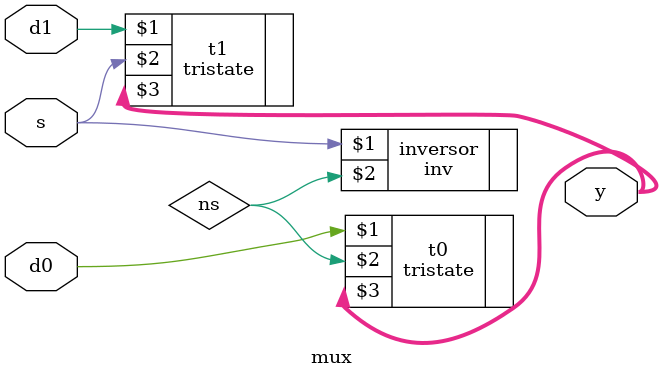
<source format=sv>
module mux(input logic [0:0] d0, d1, input logic s, output tri [3:0] y);
 
 logic ns;
 inv inversor(s, ns);
 tristate t0(d0, ns, y);
 tristate t1(d1, s, y);
 
endmodule
</source>
